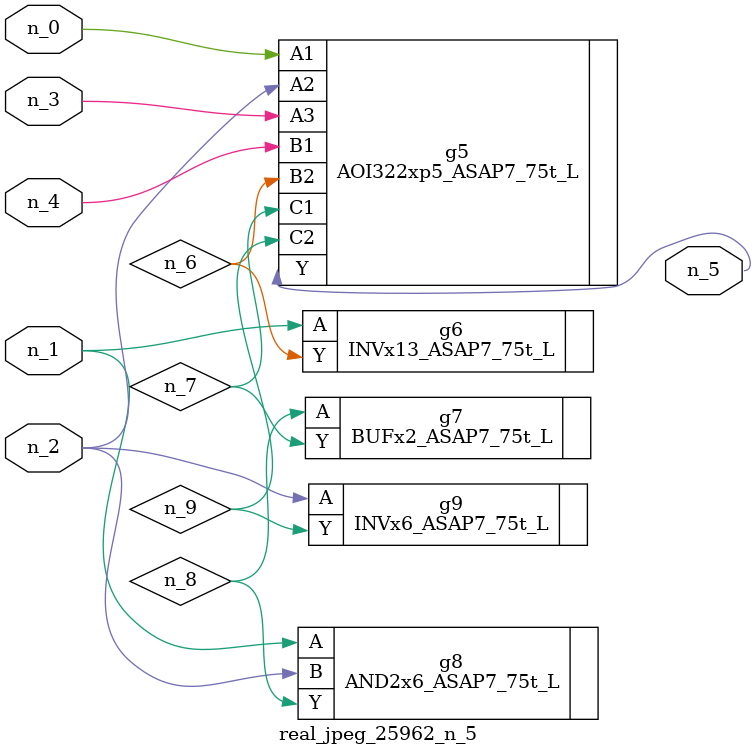
<source format=v>
module real_jpeg_25962_n_5 (n_4, n_0, n_1, n_2, n_3, n_5);

input n_4;
input n_0;
input n_1;
input n_2;
input n_3;

output n_5;

wire n_8;
wire n_6;
wire n_7;
wire n_9;

AOI322xp5_ASAP7_75t_L g5 ( 
.A1(n_0),
.A2(n_2),
.A3(n_3),
.B1(n_4),
.B2(n_6),
.C1(n_7),
.C2(n_9),
.Y(n_5)
);

INVx13_ASAP7_75t_L g6 ( 
.A(n_1),
.Y(n_6)
);

AND2x6_ASAP7_75t_L g8 ( 
.A(n_1),
.B(n_2),
.Y(n_8)
);

INVx6_ASAP7_75t_L g9 ( 
.A(n_2),
.Y(n_9)
);

BUFx2_ASAP7_75t_L g7 ( 
.A(n_8),
.Y(n_7)
);


endmodule
</source>
